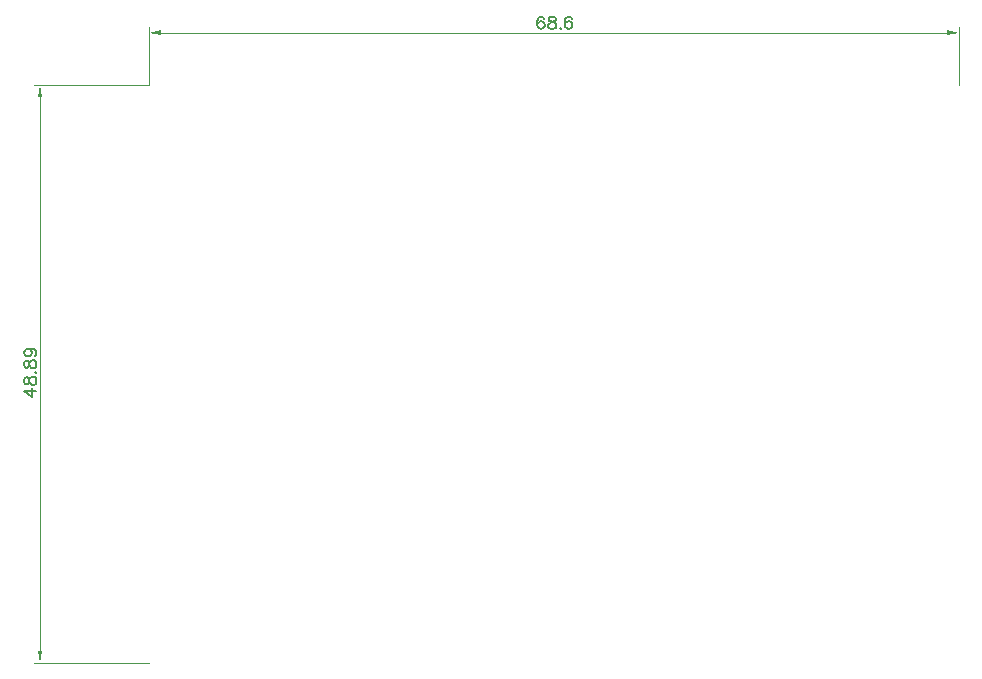
<source format=gbr>
G04 DipTrace 3.2.0.1*
G04 TopDimension.gbr*
%MOMM*%
G04 #@! TF.FileFunction,Drawing,Top*
G04 #@! TF.Part,Single*
%ADD13C,0.035*%
%ADD83C,0.15686*%
%FSLAX35Y35*%
G04*
G71*
G90*
G75*
G01*
G04 TopDimension*
%LPD*%
X-4400000Y1968500D2*
D13*
Y2463000D1*
X2460000Y1968500D2*
Y2463000D1*
X-970000Y2413000D2*
X-4300000D1*
G36*
X-4400000D2*
X-4300000Y2433000D1*
Y2393000D1*
X-4400000Y2413000D1*
G37*
X-970000D2*
D13*
X2360000D1*
G36*
X2460000D2*
X2360000Y2393000D1*
Y2433000D1*
X2460000Y2413000D1*
G37*
X-4400000Y1968500D2*
D13*
X-5370000D1*
X-4400000Y-2921000D2*
X-5370000D1*
X-5320000Y-476250D2*
Y1868500D1*
G36*
Y1968500D2*
X-5300000Y1868500D1*
X-5340000D1*
X-5320000Y1968500D1*
G37*
Y-476250D2*
D13*
Y-2821000D1*
G36*
Y-2921000D2*
X-5340000Y-2821000D1*
X-5300000D1*
X-5320000Y-2921000D1*
G37*
X-1052903Y2531503D2*
D83*
X-1057733Y2541161D1*
X-1072333Y2545991D1*
X-1081991D1*
X-1096591Y2541161D1*
X-1106362Y2526561D1*
X-1111191Y2502303D1*
Y2478045D1*
X-1106362Y2458615D1*
X-1096591Y2448845D1*
X-1081991Y2444015D1*
X-1077162D1*
X-1062674Y2448845D1*
X-1052903Y2458615D1*
X-1048074Y2473215D1*
Y2478045D1*
X-1052903Y2492645D1*
X-1062674Y2502303D1*
X-1077162Y2507132D1*
X-1081991D1*
X-1096591Y2502303D1*
X-1106362Y2492645D1*
X-1111191Y2478045D1*
X-992443Y2545991D2*
X-1006931Y2541161D1*
X-1011872Y2531503D1*
Y2521732D1*
X-1006931Y2512074D1*
X-997272Y2507132D1*
X-977843Y2502303D1*
X-963243Y2497474D1*
X-953585Y2487703D1*
X-948755Y2478045D1*
Y2463445D1*
X-953585Y2453786D1*
X-958414Y2448845D1*
X-973014Y2444015D1*
X-992443D1*
X-1006931Y2448845D1*
X-1011872Y2453786D1*
X-1016702Y2463445D1*
Y2478045D1*
X-1011872Y2487703D1*
X-1002102Y2497474D1*
X-987614Y2502303D1*
X-968185Y2507132D1*
X-958414Y2512074D1*
X-953585Y2521732D1*
Y2531503D1*
X-958414Y2541161D1*
X-973014Y2545991D1*
X-992443D1*
X-912554Y2453786D2*
X-917383Y2448845D1*
X-912554Y2444015D1*
X-907612Y2448845D1*
X-912554Y2453786D1*
X-817952Y2531503D2*
X-822781Y2541161D1*
X-837381Y2545991D1*
X-847040D1*
X-861640Y2541161D1*
X-871410Y2526561D1*
X-876240Y2502303D1*
Y2478045D1*
X-871410Y2458615D1*
X-861640Y2448845D1*
X-847040Y2444015D1*
X-842210D1*
X-827723Y2448845D1*
X-817952Y2458615D1*
X-813123Y2473215D1*
Y2478045D1*
X-817952Y2492645D1*
X-827723Y2502303D1*
X-842210Y2507132D1*
X-847040D1*
X-861640Y2502303D1*
X-871410Y2492645D1*
X-876240Y2478045D1*
X-5351015Y-623413D2*
X-5452991D1*
X-5385045Y-672042D1*
Y-599154D1*
X-5452991Y-543523D2*
X-5448161Y-558011D1*
X-5438503Y-562952D1*
X-5428732D1*
X-5419074Y-558011D1*
X-5414132Y-548352D1*
X-5409303Y-528923D1*
X-5404474Y-514323D1*
X-5394703Y-504665D1*
X-5385045Y-499836D1*
X-5370445D1*
X-5360786Y-504665D1*
X-5355845Y-509494D1*
X-5351015Y-524094D1*
Y-543523D1*
X-5355845Y-558011D1*
X-5360786Y-562952D1*
X-5370445Y-567782D1*
X-5385045D1*
X-5394703Y-562952D1*
X-5404474Y-553182D1*
X-5409303Y-538694D1*
X-5414132Y-519265D1*
X-5419074Y-509494D1*
X-5428732Y-504665D1*
X-5438503D1*
X-5448161Y-509494D1*
X-5452991Y-524094D1*
Y-543523D1*
X-5360786Y-463634D2*
X-5355845Y-468463D1*
X-5351015Y-463634D1*
X-5355845Y-458692D1*
X-5360786Y-463634D1*
X-5452991Y-403061D2*
X-5448161Y-417549D1*
X-5438503Y-422490D1*
X-5428732D1*
X-5419074Y-417549D1*
X-5414132Y-407890D1*
X-5409303Y-388461D1*
X-5404474Y-373861D1*
X-5394703Y-364203D1*
X-5385045Y-359374D1*
X-5370445D1*
X-5360786Y-364203D1*
X-5355845Y-369032D1*
X-5351015Y-383632D1*
Y-403061D1*
X-5355845Y-417549D1*
X-5360786Y-422490D1*
X-5370445Y-427320D1*
X-5385045D1*
X-5394703Y-422490D1*
X-5404474Y-412720D1*
X-5409303Y-398232D1*
X-5414132Y-378803D1*
X-5419074Y-369032D1*
X-5428732Y-364203D1*
X-5438503D1*
X-5448161Y-369032D1*
X-5452991Y-383632D1*
Y-403061D1*
X-5419074Y-264772D2*
X-5404474Y-269713D1*
X-5394703Y-279372D1*
X-5389874Y-293972D1*
Y-298801D1*
X-5394703Y-313401D1*
X-5404474Y-323059D1*
X-5419074Y-328001D1*
X-5423903D1*
X-5438503Y-323059D1*
X-5448161Y-313401D1*
X-5452991Y-298801D1*
Y-293972D1*
X-5448161Y-279372D1*
X-5438503Y-269713D1*
X-5419074Y-264772D1*
X-5394703D1*
X-5370445Y-269713D1*
X-5355845Y-279372D1*
X-5351015Y-293972D1*
Y-303630D1*
X-5355845Y-318230D1*
X-5365615Y-323059D1*
M02*

</source>
